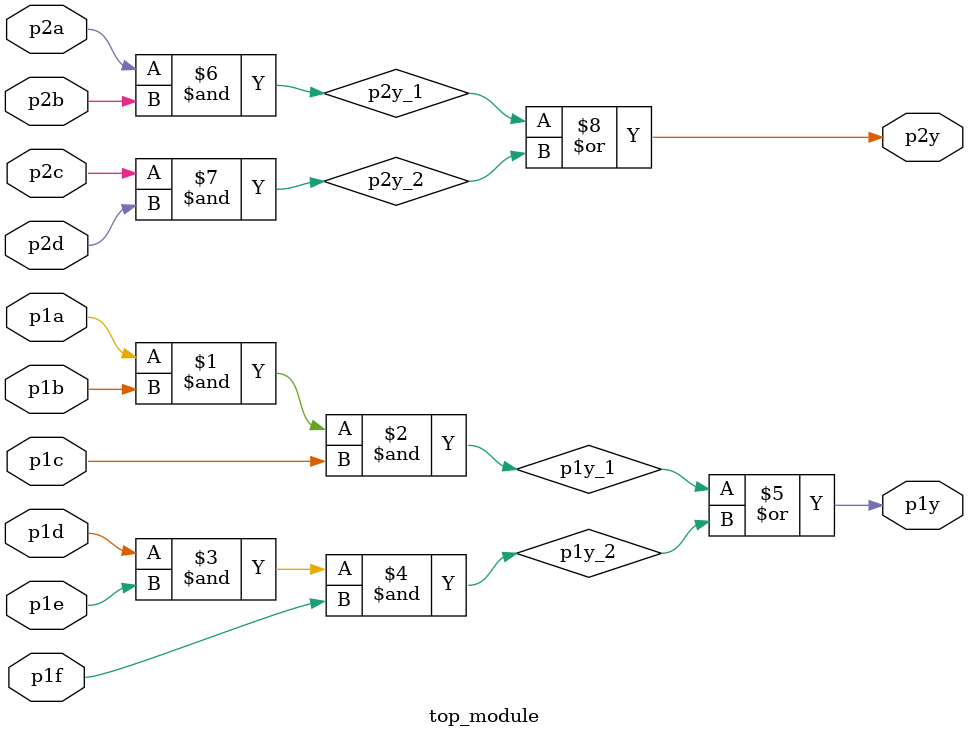
<source format=v>
module top_module ( 
    input p1a, p1b, p1c, p1d, p1e, p1f,
    output p1y,
    input p2a, p2b, p2c, p2d,
    output p2y );

    wire p1y_1, p1y_2;
    wire p2y_1, p2y_2;
    
    assign p1y_1 = p1a & p1b & p1c;
    assign p1y_2 = p1d & p1e & p1f;
    assign p1y   = p1y_1 | p1y_2;
    
    assign p2y_1 = p2a & p2b;
    assign p2y_2 = p2c & p2d;
    assign p2y   = p2y_1 | p2y_2;

endmodule
</source>
